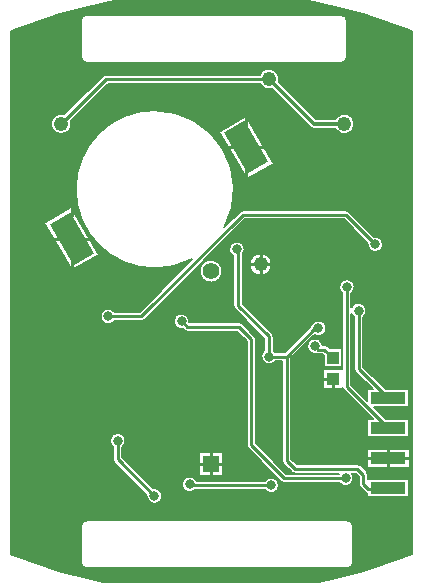
<source format=gbr>
%FSLAX23Y23*%
%MOIN*%
G04 EasyPC Gerber Version 16.0.6 Build 3249 *
%ADD19R,0.03937X0.04291*%
%ADD17R,0.05500X0.05500*%
%ADD12C,0.00500*%
%ADD24R,0.11811X0.03937*%
%ADD21C,0.01000*%
%ADD23C,0.01181*%
%ADD22C,0.03200*%
%ADD20C,0.04800*%
%ADD18C,0.05500*%
%AMT71*0 Rectangle Pad at angle 30*21,1,0.07874,0.15748,0,0,30*%
%ADD71T71*%
X0Y0D02*
D02*
D12*
X4103Y4206D02*
G75*
G03X5440I668J1649D01*
G01*
Y5950*
G75*
G03X4103I-668J-1649*
G01*
Y4206*
X4281Y5673D02*
X4409Y5801D01*
G75*
G02X4420Y5805I11J-11*
G01*
X4932*
G75*
G02X4996Y5780I31J-15*
G01*
X5119Y5657*
X5185*
G75*
G02X5249Y5640I30J-16*
G01*
G75*
G02X5185Y5624I-34*
G01*
X5113*
G75*
G02X5101Y5629J16*
G01*
X4973Y5757*
G75*
G02X4932Y5775I-10J33*
G01*
X4426*
X4303Y5651*
G75*
G02X4305Y5640I-33J-11*
G01*
G75*
G02X4236I-34*
G01*
G75*
G02X4281Y5673I34*
G01*
X4306Y5153D02*
X4215Y5311D01*
X4305Y5363*
X4396Y5205*
X4306Y5153*
X4357Y4319D02*
X5223D01*
G75*
G02X5244Y4298J-21*
G01*
Y4180*
G75*
G02X5223Y4159I-21*
G01*
X4357*
G75*
G02X4336Y4180J21*
G01*
Y4298*
G75*
G02X4357Y4319I21*
G01*
Y6004D02*
X5203D01*
G75*
G02X5224Y5983J-21*
G01*
Y5865*
G75*
G02X5203Y5844I-21*
G01*
X4357*
G75*
G02X4336Y5865J21*
G01*
Y5983*
G75*
G02X4357Y6004I21*
G01*
X4444Y4564D02*
G75*
G02X4433Y4585I15J21D01*
G01*
G75*
G02X4486I26*
G01*
G75*
G02X4475Y4564I-26*
G01*
Y4529*
X4577Y4426*
G75*
G02X4608Y4400I4J-26*
G01*
G75*
G02X4555I-26*
G01*
G75*
G02X4555Y4404I26J0*
G01*
X4448Y4511*
G75*
G02X4444Y4522I11J11*
G01*
Y4564*
X4449Y4983D02*
G75*
G02X4401Y4999I-21J15D01*
G01*
G75*
G02X4449Y5014I26*
G01*
X4532*
X4707Y5190*
G75*
G02X4583Y5159I-125J232*
G01*
G75*
G02Y5686J264*
G01*
G75*
G02X4815Y5298I0J-264*
G01*
X4866Y5348*
G75*
G02X4877Y5353I11J-11*
G01*
X5219*
G75*
G02X5230Y5348J-15*
G01*
X5313Y5265*
G75*
G02X5344Y5239I4J-26*
G01*
G75*
G02X5291I-26*
G01*
G75*
G02X5291Y5243I26J0*
G01*
X5213Y5322*
X4883*
X4549Y4988*
G75*
G02X4538Y4983I-11J11*
G01*
X4449*
X4676Y4957D02*
G75*
G02X4645Y4983I-4J26D01*
G01*
G75*
G02X4698I26*
G01*
G75*
G02X4698Y4979I-26J0*
G01*
X4698Y4979*
X4865*
G75*
G02X4876Y4974J-15*
G01*
X4915Y4935*
G75*
G02X4919Y4924I-11J-11*
G01*
Y4576*
X5021Y4475*
X5198*
X5050Y4475*
G75*
G02X5039Y4480J15*
G01*
X5011Y4507*
G75*
G02X5007Y4518I11J11*
G01*
Y4849*
X4985*
G75*
G02X4937Y4865I-21J15*
G01*
G75*
G02X4948Y4886I26*
G01*
Y4925*
X4850Y5023*
G75*
G02X4845Y5034I11J11*
G01*
Y5199*
G75*
G02X4830Y5223I11J24*
G01*
G75*
G02X4883I26*
G01*
G75*
G02X4876Y5205I-26*
G01*
Y5040*
X4974Y4943*
G75*
G02X4979Y4932I-11J-11*
G01*
Y4886*
G75*
G02X4985Y4880I-15J-21*
G01*
X5015*
G75*
G02X5017Y4881I7J-15*
G01*
X5104Y4968*
G75*
G02X5155Y4959I25J-9*
G01*
G75*
G02X5115Y4936I-26*
G01*
X5038Y4859*
G75*
G02X5038Y4857I-16J6*
G01*
Y4525*
X5056Y4506*
X5258*
G75*
G02X5269Y4502J-15*
G01*
X5289Y4482*
G75*
G02X5293Y4471I-11J-11*
G01*
Y4456*
X5430*
Y4396*
X5291*
Y4409*
G75*
G02X5283Y4413I3J15*
G01*
X5267Y4429*
G75*
G02X5263Y4440I11J11*
G01*
Y4465*
X5252Y4475*
X5240*
G75*
G02X5245Y4459I-21J-16*
G01*
G75*
G02X5198Y4444I-26*
G01*
X5014*
G75*
G02X5003Y4448J15*
G01*
X4893Y4559*
G75*
G02X4889Y4569I11J11*
G01*
Y4917*
X4858Y4948*
X4691*
G75*
G02X4681Y4952J15*
G01*
X4676Y4957*
X4717Y4420D02*
G75*
G02X4673Y4440I-18J19D01*
G01*
G75*
G02X4723Y4451I26*
G01*
X4950*
G75*
G02X4997Y4436I21J-15*
G01*
G75*
G02X4950Y4420I-26*
G01*
X4717*
X4770Y5187D02*
G75*
G02Y5112J-38D01*
G01*
G75*
G02Y5187J38*
G01*
X4810Y4466D02*
X4730D01*
Y4546*
X4810*
Y4466*
X4889Y5457D02*
X4798Y5615D01*
X4888Y5667*
X4979Y5508*
X4889Y5457*
X4899Y5172D02*
G75*
G02X4972I37D01*
G01*
G75*
G02X4899I-37*
G01*
X5122Y4874D02*
G75*
G02X5090Y4900I-5J26D01*
G01*
G75*
G02X5143Y4904I26*
G01*
X5148*
G75*
G02X5159Y4899J-15*
G01*
X5166Y4892*
X5206*
Y4829*
X5146*
Y4869*
X5141Y4873*
X5128*
G75*
G02X5122Y4874I0J15*
G01*
X5208Y4824D02*
Y5076D01*
G75*
G02X5197Y5097I15J21*
G01*
G75*
G02X5249I26*
G01*
G75*
G02X5238Y5076I-26*
G01*
Y5029*
G75*
G02X5289Y5018I24J-11*
G01*
G75*
G02X5278Y4997I-26*
G01*
Y4831*
X5352Y4756*
X5430*
Y4696*
X5313*
X5352Y4656*
X5430*
Y4596*
X5291*
Y4656*
X5309*
X5212Y4753*
G75*
G02X5208Y4761I11J11*
G01*
Y4756*
X5144*
Y4824*
X5208*
X5432Y4494D02*
X5289D01*
Y4558*
X5432*
Y4494*
X4103Y5715D02*
G36*
Y5562D01*
X4359*
G75*
G02X4583Y5686I224J-139*
G01*
G75*
G02X4807Y5562I0J-264*
G01*
X4828*
X4798Y5615*
X4888Y5667*
X4948Y5562*
X5440*
Y5715*
X5061*
X5119Y5657*
X5185*
G75*
G02X5249Y5640I30J-16*
G01*
G75*
G02X5185Y5624I-34*
G01*
X5113*
G75*
G02X5101Y5629J16*
G01*
X4973Y5757*
G75*
G02X4932Y5775I-10J33*
G01*
X4426*
X4303Y5651*
G75*
G02X4305Y5640I-33J-11*
G01*
G75*
G02X4236I-34*
G01*
G75*
G02X4281Y5673I34*
G01*
X4323Y5715*
X4103*
G37*
X4323D02*
G36*
X4409Y5801D01*
G75*
G02X4420Y5805I11J-11*
G01*
X4932*
G75*
G02X4996Y5780I31J-15*
G01*
X5061Y5715*
X5440*
Y5924*
X5224*
Y5865*
G75*
G02X5203Y5844I-21*
G01*
X4357*
G75*
G02X4336Y5865J21*
G01*
Y5924*
X4103*
Y5715*
X4323*
G37*
X4103Y5258D02*
G36*
Y5150D01*
X4667*
X4707Y5190*
G75*
G02X4583Y5159I-125J232*
G01*
G75*
G02X4376Y5258I0J264*
G01*
X4366*
X4396Y5205*
X4306Y5153*
X4246Y5258*
X4103*
G37*
X4246D02*
G36*
X4215Y5311D01*
X4305Y5363*
X4366Y5258*
X4376*
G75*
G02X4359Y5562I207J164*
G01*
X4103*
Y5258*
X4246*
G37*
X5335D02*
G36*
G75*
G02X5344Y5239I-18J-20D01*
G01*
G75*
G02X5291I-26*
G01*
G75*
G02X5291Y5243I26J0*
G01*
X5213Y5322*
X4883*
X4711Y5150*
X4732*
G75*
G02X4770Y5187I38*
G01*
G75*
G02X4808Y5150J-38*
G01*
X4845*
Y5199*
G75*
G02X4830Y5223I11J24*
G01*
G75*
G02X4883I26*
G01*
G75*
G02X4876Y5205I-26*
G01*
Y5150*
X4907*
G75*
G02X4899Y5172I29J22*
G01*
G75*
G02X4972I37*
G01*
G75*
G02X4965Y5150I-37J0*
G01*
X5440*
Y5258*
X5335*
G37*
X5440D02*
G36*
Y5562D01*
X4948*
X4979Y5508*
X4889Y5457*
X4828Y5562*
X4807*
G75*
G02X4815Y5298I-224J-139*
G01*
X4866Y5348*
G75*
G02X4877Y5353I11J-11*
G01*
X5219*
G75*
G02X5230Y5348J-15*
G01*
X5313Y5265*
G75*
G02X5335Y5258I4J-26*
G01*
X5440*
G37*
X4103Y4239D02*
G36*
Y4206D01*
G75*
G03X5440I668J1649*
G01*
Y4239*
X5244*
Y4180*
G75*
G02X5223Y4159I-21*
G01*
X4357*
G75*
G02X4336Y4180J21*
G01*
Y4239*
X4103*
G37*
X4336D02*
G36*
Y4298D01*
G75*
G02X4357Y4319I21*
G01*
X5223*
G75*
G02X5244Y4298J-21*
G01*
Y4239*
X5440*
Y4438*
X5430*
Y4396*
X5291*
Y4409*
G75*
G02X5283Y4413I3J15*
G01*
X5267Y4429*
G75*
G02X5263Y4440I11J11*
G01*
Y4465*
X5252Y4475*
X5240*
G75*
G02X5245Y4459I-21J-16*
G01*
G75*
G02X5204Y4438I-26*
G01*
X4997*
G75*
G02X4997Y4436I-26J-2*
G01*
G75*
G02X4950Y4420I-26*
G01*
X4717*
G75*
G02X4673Y4438I-18J19*
G01*
X4566*
X4577Y4426*
G75*
G02X4608Y4400I4J-26*
G01*
G75*
G02X4555I-26*
G01*
G75*
G02X4555Y4404I26J0*
G01*
X4522Y4438*
X4103*
Y4239*
X4336*
G37*
Y5924D02*
G36*
Y5983D01*
G75*
G02X4357Y6004I21*
G01*
X5203*
G75*
G02X5224Y5983J-21*
G01*
Y5924*
X5440*
Y5950*
G75*
G03X4103I-668J-1649*
G01*
Y5924*
X4336*
G37*
X4103Y4493D02*
G36*
Y4438D01*
X4522*
X4467Y4493*
X4103*
G37*
X4467D02*
G36*
X4448Y4511D01*
G75*
G02X4444Y4522I11J11*
G01*
Y4526*
X4103*
Y4493*
X4467*
G37*
X4510D02*
G36*
X4566Y4438D01*
X4673*
G75*
G02X4673Y4440I26J2*
G01*
G75*
G02X4723Y4451I26*
G01*
X4950*
G75*
G02X4997Y4438I21J-15*
G01*
X5204*
G75*
G02X5198Y4444I15J22*
G01*
X5014*
G75*
G02X5003Y4448J15*
G01*
X4959Y4493*
X4810*
Y4466*
X4730*
Y4493*
X4510*
G37*
X4730D02*
G36*
Y4526D01*
X4477*
X4510Y4493*
X4730*
G37*
X4959D02*
G36*
X4926Y4526D01*
X4810*
Y4493*
X4959*
G37*
X5278D02*
G36*
X5289Y4482D01*
G75*
G02X5293Y4471I-11J-11*
G01*
Y4456*
X5430*
Y4438*
X5440*
Y4493*
X5278*
G37*
X5440D02*
G36*
Y4526D01*
X5432*
Y4494*
X5289*
Y4526*
X5038*
Y4525*
X5056Y4506*
X5258*
G75*
G02X5269Y4502J-15*
G01*
X5278Y4493*
X5440*
G37*
X4103Y5150D02*
G36*
Y4878D01*
X4889*
Y4917*
X4858Y4948*
X4691*
G75*
G02X4681Y4952J15*
G01*
X4676Y4957*
G75*
G02X4645Y4983I-4J26*
G01*
G75*
G02X4698I26*
G01*
G75*
G02X4698Y4979I-26J0*
G01*
X4698Y4979*
X4865*
G75*
G02X4876Y4974J-15*
G01*
X4915Y4935*
G75*
G02X4919Y4924I-11J-11*
G01*
Y4576*
X5021Y4475*
X5198*
X5050Y4475*
G75*
G02X5039Y4480J15*
G01*
X5011Y4507*
G75*
G02X5007Y4518I11J11*
G01*
Y4849*
X4985*
G75*
G02X4937Y4865I-21J15*
G01*
G75*
G02X4948Y4886I26*
G01*
Y4925*
X4850Y5023*
G75*
G02X4845Y5034I11J11*
G01*
Y5150*
X4808*
G75*
G02X4770Y5112I-38*
G01*
G75*
G02X4732Y5150J38*
G01*
X4711*
X4549Y4988*
G75*
G02X4538Y4983I-11J11*
G01*
X4449*
G75*
G02X4401Y4999I-21J15*
G01*
G75*
G02X4449Y5014I26*
G01*
X4532*
X4667Y5150*
X4103*
G37*
X4876D02*
G36*
Y5040D01*
X4974Y4943*
G75*
G02X4979Y4932I-11J-11*
G01*
Y4886*
G75*
G02X4985Y4880I-15J-21*
G01*
X5015*
G75*
G02X5017Y4881I7J-15*
G01*
X5104Y4968*
G75*
G02X5155Y4959I25J-9*
G01*
G75*
G02X5115Y4936I-26*
G01*
X5057Y4878*
X5103*
G75*
G02X5090Y4900I14J23*
G01*
G75*
G02X5143Y4904I26*
G01*
X5148*
G75*
G02X5159Y4899J-15*
G01*
X5166Y4892*
X5206*
Y4878*
X5208*
Y5076*
G75*
G02X5197Y5097I15J21*
G01*
G75*
G02X5249I26*
G01*
G75*
G02X5238Y5076I-26*
G01*
Y5029*
G75*
G02X5289Y5018I24J-11*
G01*
G75*
G02X5278Y4997I-26*
G01*
Y4878*
X5440*
Y5150*
X4965*
G75*
G02X4907I-29J22*
G01*
X4876*
G37*
X4103Y4878D02*
G36*
Y4526D01*
X4444*
Y4564*
G75*
G02X4433Y4585I15J21*
G01*
G75*
G02X4486I26*
G01*
G75*
G02X4475Y4564I-26*
G01*
Y4529*
X4477Y4526*
X4730*
Y4546*
X4810*
Y4526*
X4926*
X4893Y4559*
G75*
G02X4889Y4569I11J11*
G01*
Y4878*
X4103*
G37*
X5057D02*
G36*
X5038Y4859D01*
G75*
G02X5038Y4857I-16J6*
G01*
Y4526*
X5289*
Y4558*
X5432*
Y4526*
X5440*
Y4878*
X5278*
Y4831*
X5352Y4756*
X5430*
Y4696*
X5313*
X5352Y4656*
X5430*
Y4596*
X5291*
Y4656*
X5309*
X5212Y4753*
G75*
G02X5208Y4761I11J11*
G01*
Y4756*
X5144*
Y4824*
X5208*
Y4878*
X5206*
Y4829*
X5146*
Y4869*
X5141Y4873*
X5128*
G75*
G02X5122Y4874I0J15*
G01*
G75*
G02X5103Y4878I-5J26*
G01*
X5057*
G37*
X5238Y5007D02*
Y4770D01*
X5291Y4717*
Y4756*
X5309*
X5251Y4814*
G75*
G02X5247Y4825I11J11*
G01*
Y4997*
G75*
G02X5238Y5007I15J21*
G01*
G36*
Y4770*
X5291Y4717*
Y4756*
X5309*
X5251Y4814*
G75*
G02X5247Y4825I11J11*
G01*
Y4997*
G75*
G02X5238Y5007I15J21*
G01*
G37*
D02*
D17*
X4770Y4506D03*
D02*
D18*
Y5150D03*
D02*
D19*
X5176Y4790D03*
Y4860D03*
D02*
D71*
X4306Y5258D03*
X4888Y5562D03*
D02*
D20*
X4270Y5640D03*
X4936Y5172D03*
X4963Y5790D03*
X5215Y5640D03*
D02*
D21*
X4265Y5258D02*
X4243D01*
X4306Y5185D02*
Y5150D01*
Y5332D02*
Y5367D01*
X4346Y5258D02*
X4368D01*
X4428Y4999D02*
X4538D01*
X4877Y5337*
X5219*
X5317Y5239*
X4459Y4585D02*
Y4522D01*
X4581Y4400*
X4748Y4506D02*
X4728D01*
X4770Y4483D02*
Y4463D01*
Y4528D02*
Y4548D01*
X4793Y4506D02*
X4813D01*
X4848Y5562D02*
X4826D01*
X4888Y5488D02*
Y5453D01*
Y5635D02*
Y5670D01*
X4917Y5172D02*
X4897D01*
X4929Y5562D02*
X4951D01*
X4936Y5153D02*
Y5133D01*
Y5191D02*
Y5211D01*
X4955Y5172D02*
X4975D01*
X4963Y4865D02*
Y4932D01*
X4861Y5034*
Y5219*
X4857Y5223*
X4963Y4865D02*
X5022D01*
X4963Y5790D02*
X4420D01*
X4270Y5640*
X4971Y4436D02*
X4703D01*
X4699Y4440*
X5022Y4865D02*
Y4518D01*
X5050Y4491*
X5258*
X5278Y4471*
Y4440*
X5294Y4424*
X5358*
X5361Y4426*
X5022Y4865D02*
X5117Y4959D01*
X5128*
X5117Y4900D02*
X5128Y4888D01*
X5148*
X5176Y4860*
X5161Y4790D02*
X5141D01*
X5176Y4774D02*
Y4754D01*
X5219Y4459D02*
X5014D01*
X4904Y4569*
Y4924*
X4865Y4963*
X4691*
X4672Y4983*
X5223Y5097D02*
Y4764D01*
X5361Y4626*
X5262Y5018D02*
Y4825D01*
X5361Y4726*
X5307Y4526D02*
X5287D01*
X5361Y4511D02*
Y4491D01*
Y4541D02*
Y4561D01*
X5415Y4526D02*
X5435D01*
D02*
D22*
X4428Y4999D03*
X4459Y4585D03*
X4581Y4400D03*
X4672Y4983D03*
X4699Y4440D03*
X4857Y5223D03*
X4963Y4865D03*
X4971Y4436D03*
X5117Y4900D03*
X5128Y4959D03*
X5219Y4459D03*
X5223Y5097D03*
X5262Y5018D03*
X5317Y5239D03*
D02*
D23*
X5215Y5640D02*
X5113D01*
X4963Y5790*
D02*
D24*
X5361Y4426D03*
Y4526D03*
Y4626D03*
Y4726D03*
X0Y0D02*
M02*

</source>
